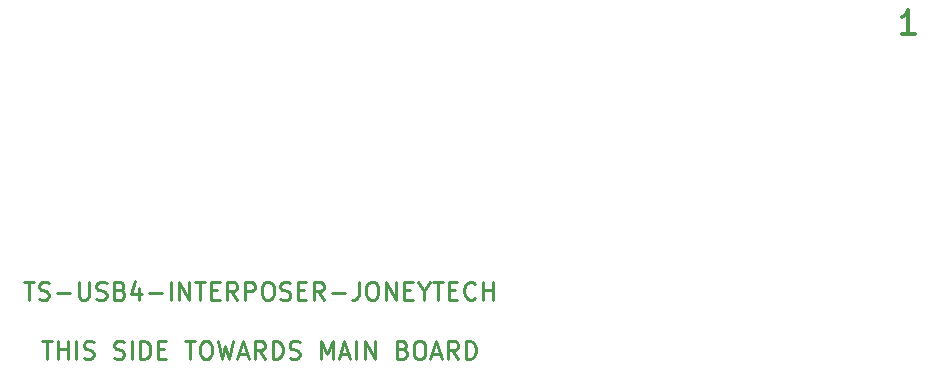
<source format=gbr>
%TF.GenerationSoftware,KiCad,Pcbnew,9.0.0*%
%TF.CreationDate,2025-04-28T14:35:38-04:00*%
%TF.ProjectId,Interposer_Board_JoneyTech,496e7465-7270-46f7-9365-725f426f6172,rev?*%
%TF.SameCoordinates,Original*%
%TF.FileFunction,Legend,Top*%
%TF.FilePolarity,Positive*%
%FSLAX46Y46*%
G04 Gerber Fmt 4.6, Leading zero omitted, Abs format (unit mm)*
G04 Created by KiCad (PCBNEW 9.0.0) date 2025-04-28 14:35:38*
%MOMM*%
%LPD*%
G01*
G04 APERTURE LIST*
%ADD10C,0.250000*%
%ADD11C,0.300000*%
G04 APERTURE END LIST*
D10*
X111061814Y-107432028D02*
X111918957Y-107432028D01*
X111490385Y-108932028D02*
X111490385Y-107432028D01*
X112347528Y-108860600D02*
X112561814Y-108932028D01*
X112561814Y-108932028D02*
X112918956Y-108932028D01*
X112918956Y-108932028D02*
X113061814Y-108860600D01*
X113061814Y-108860600D02*
X113133242Y-108789171D01*
X113133242Y-108789171D02*
X113204671Y-108646314D01*
X113204671Y-108646314D02*
X113204671Y-108503457D01*
X113204671Y-108503457D02*
X113133242Y-108360600D01*
X113133242Y-108360600D02*
X113061814Y-108289171D01*
X113061814Y-108289171D02*
X112918956Y-108217742D01*
X112918956Y-108217742D02*
X112633242Y-108146314D01*
X112633242Y-108146314D02*
X112490385Y-108074885D01*
X112490385Y-108074885D02*
X112418956Y-108003457D01*
X112418956Y-108003457D02*
X112347528Y-107860600D01*
X112347528Y-107860600D02*
X112347528Y-107717742D01*
X112347528Y-107717742D02*
X112418956Y-107574885D01*
X112418956Y-107574885D02*
X112490385Y-107503457D01*
X112490385Y-107503457D02*
X112633242Y-107432028D01*
X112633242Y-107432028D02*
X112990385Y-107432028D01*
X112990385Y-107432028D02*
X113204671Y-107503457D01*
X113847527Y-108360600D02*
X114990385Y-108360600D01*
X115704670Y-107432028D02*
X115704670Y-108646314D01*
X115704670Y-108646314D02*
X115776099Y-108789171D01*
X115776099Y-108789171D02*
X115847528Y-108860600D01*
X115847528Y-108860600D02*
X115990385Y-108932028D01*
X115990385Y-108932028D02*
X116276099Y-108932028D01*
X116276099Y-108932028D02*
X116418956Y-108860600D01*
X116418956Y-108860600D02*
X116490385Y-108789171D01*
X116490385Y-108789171D02*
X116561813Y-108646314D01*
X116561813Y-108646314D02*
X116561813Y-107432028D01*
X117204671Y-108860600D02*
X117418957Y-108932028D01*
X117418957Y-108932028D02*
X117776099Y-108932028D01*
X117776099Y-108932028D02*
X117918957Y-108860600D01*
X117918957Y-108860600D02*
X117990385Y-108789171D01*
X117990385Y-108789171D02*
X118061814Y-108646314D01*
X118061814Y-108646314D02*
X118061814Y-108503457D01*
X118061814Y-108503457D02*
X117990385Y-108360600D01*
X117990385Y-108360600D02*
X117918957Y-108289171D01*
X117918957Y-108289171D02*
X117776099Y-108217742D01*
X117776099Y-108217742D02*
X117490385Y-108146314D01*
X117490385Y-108146314D02*
X117347528Y-108074885D01*
X117347528Y-108074885D02*
X117276099Y-108003457D01*
X117276099Y-108003457D02*
X117204671Y-107860600D01*
X117204671Y-107860600D02*
X117204671Y-107717742D01*
X117204671Y-107717742D02*
X117276099Y-107574885D01*
X117276099Y-107574885D02*
X117347528Y-107503457D01*
X117347528Y-107503457D02*
X117490385Y-107432028D01*
X117490385Y-107432028D02*
X117847528Y-107432028D01*
X117847528Y-107432028D02*
X118061814Y-107503457D01*
X119204670Y-108146314D02*
X119418956Y-108217742D01*
X119418956Y-108217742D02*
X119490385Y-108289171D01*
X119490385Y-108289171D02*
X119561813Y-108432028D01*
X119561813Y-108432028D02*
X119561813Y-108646314D01*
X119561813Y-108646314D02*
X119490385Y-108789171D01*
X119490385Y-108789171D02*
X119418956Y-108860600D01*
X119418956Y-108860600D02*
X119276099Y-108932028D01*
X119276099Y-108932028D02*
X118704670Y-108932028D01*
X118704670Y-108932028D02*
X118704670Y-107432028D01*
X118704670Y-107432028D02*
X119204670Y-107432028D01*
X119204670Y-107432028D02*
X119347528Y-107503457D01*
X119347528Y-107503457D02*
X119418956Y-107574885D01*
X119418956Y-107574885D02*
X119490385Y-107717742D01*
X119490385Y-107717742D02*
X119490385Y-107860600D01*
X119490385Y-107860600D02*
X119418956Y-108003457D01*
X119418956Y-108003457D02*
X119347528Y-108074885D01*
X119347528Y-108074885D02*
X119204670Y-108146314D01*
X119204670Y-108146314D02*
X118704670Y-108146314D01*
X120847528Y-107932028D02*
X120847528Y-108932028D01*
X120490385Y-107360600D02*
X120133242Y-108432028D01*
X120133242Y-108432028D02*
X121061813Y-108432028D01*
X121633241Y-108360600D02*
X122776099Y-108360600D01*
X123490384Y-108932028D02*
X123490384Y-107432028D01*
X124204670Y-108932028D02*
X124204670Y-107432028D01*
X124204670Y-107432028D02*
X125061813Y-108932028D01*
X125061813Y-108932028D02*
X125061813Y-107432028D01*
X125561814Y-107432028D02*
X126418957Y-107432028D01*
X125990385Y-108932028D02*
X125990385Y-107432028D01*
X126918956Y-108146314D02*
X127418956Y-108146314D01*
X127633242Y-108932028D02*
X126918956Y-108932028D01*
X126918956Y-108932028D02*
X126918956Y-107432028D01*
X126918956Y-107432028D02*
X127633242Y-107432028D01*
X129133242Y-108932028D02*
X128633242Y-108217742D01*
X128276099Y-108932028D02*
X128276099Y-107432028D01*
X128276099Y-107432028D02*
X128847528Y-107432028D01*
X128847528Y-107432028D02*
X128990385Y-107503457D01*
X128990385Y-107503457D02*
X129061814Y-107574885D01*
X129061814Y-107574885D02*
X129133242Y-107717742D01*
X129133242Y-107717742D02*
X129133242Y-107932028D01*
X129133242Y-107932028D02*
X129061814Y-108074885D01*
X129061814Y-108074885D02*
X128990385Y-108146314D01*
X128990385Y-108146314D02*
X128847528Y-108217742D01*
X128847528Y-108217742D02*
X128276099Y-108217742D01*
X129776099Y-108932028D02*
X129776099Y-107432028D01*
X129776099Y-107432028D02*
X130347528Y-107432028D01*
X130347528Y-107432028D02*
X130490385Y-107503457D01*
X130490385Y-107503457D02*
X130561814Y-107574885D01*
X130561814Y-107574885D02*
X130633242Y-107717742D01*
X130633242Y-107717742D02*
X130633242Y-107932028D01*
X130633242Y-107932028D02*
X130561814Y-108074885D01*
X130561814Y-108074885D02*
X130490385Y-108146314D01*
X130490385Y-108146314D02*
X130347528Y-108217742D01*
X130347528Y-108217742D02*
X129776099Y-108217742D01*
X131561814Y-107432028D02*
X131847528Y-107432028D01*
X131847528Y-107432028D02*
X131990385Y-107503457D01*
X131990385Y-107503457D02*
X132133242Y-107646314D01*
X132133242Y-107646314D02*
X132204671Y-107932028D01*
X132204671Y-107932028D02*
X132204671Y-108432028D01*
X132204671Y-108432028D02*
X132133242Y-108717742D01*
X132133242Y-108717742D02*
X131990385Y-108860600D01*
X131990385Y-108860600D02*
X131847528Y-108932028D01*
X131847528Y-108932028D02*
X131561814Y-108932028D01*
X131561814Y-108932028D02*
X131418957Y-108860600D01*
X131418957Y-108860600D02*
X131276099Y-108717742D01*
X131276099Y-108717742D02*
X131204671Y-108432028D01*
X131204671Y-108432028D02*
X131204671Y-107932028D01*
X131204671Y-107932028D02*
X131276099Y-107646314D01*
X131276099Y-107646314D02*
X131418957Y-107503457D01*
X131418957Y-107503457D02*
X131561814Y-107432028D01*
X132776100Y-108860600D02*
X132990386Y-108932028D01*
X132990386Y-108932028D02*
X133347528Y-108932028D01*
X133347528Y-108932028D02*
X133490386Y-108860600D01*
X133490386Y-108860600D02*
X133561814Y-108789171D01*
X133561814Y-108789171D02*
X133633243Y-108646314D01*
X133633243Y-108646314D02*
X133633243Y-108503457D01*
X133633243Y-108503457D02*
X133561814Y-108360600D01*
X133561814Y-108360600D02*
X133490386Y-108289171D01*
X133490386Y-108289171D02*
X133347528Y-108217742D01*
X133347528Y-108217742D02*
X133061814Y-108146314D01*
X133061814Y-108146314D02*
X132918957Y-108074885D01*
X132918957Y-108074885D02*
X132847528Y-108003457D01*
X132847528Y-108003457D02*
X132776100Y-107860600D01*
X132776100Y-107860600D02*
X132776100Y-107717742D01*
X132776100Y-107717742D02*
X132847528Y-107574885D01*
X132847528Y-107574885D02*
X132918957Y-107503457D01*
X132918957Y-107503457D02*
X133061814Y-107432028D01*
X133061814Y-107432028D02*
X133418957Y-107432028D01*
X133418957Y-107432028D02*
X133633243Y-107503457D01*
X134276099Y-108146314D02*
X134776099Y-108146314D01*
X134990385Y-108932028D02*
X134276099Y-108932028D01*
X134276099Y-108932028D02*
X134276099Y-107432028D01*
X134276099Y-107432028D02*
X134990385Y-107432028D01*
X136490385Y-108932028D02*
X135990385Y-108217742D01*
X135633242Y-108932028D02*
X135633242Y-107432028D01*
X135633242Y-107432028D02*
X136204671Y-107432028D01*
X136204671Y-107432028D02*
X136347528Y-107503457D01*
X136347528Y-107503457D02*
X136418957Y-107574885D01*
X136418957Y-107574885D02*
X136490385Y-107717742D01*
X136490385Y-107717742D02*
X136490385Y-107932028D01*
X136490385Y-107932028D02*
X136418957Y-108074885D01*
X136418957Y-108074885D02*
X136347528Y-108146314D01*
X136347528Y-108146314D02*
X136204671Y-108217742D01*
X136204671Y-108217742D02*
X135633242Y-108217742D01*
X137133242Y-108360600D02*
X138276100Y-108360600D01*
X139418957Y-107432028D02*
X139418957Y-108503457D01*
X139418957Y-108503457D02*
X139347528Y-108717742D01*
X139347528Y-108717742D02*
X139204671Y-108860600D01*
X139204671Y-108860600D02*
X138990385Y-108932028D01*
X138990385Y-108932028D02*
X138847528Y-108932028D01*
X140418957Y-107432028D02*
X140704671Y-107432028D01*
X140704671Y-107432028D02*
X140847528Y-107503457D01*
X140847528Y-107503457D02*
X140990385Y-107646314D01*
X140990385Y-107646314D02*
X141061814Y-107932028D01*
X141061814Y-107932028D02*
X141061814Y-108432028D01*
X141061814Y-108432028D02*
X140990385Y-108717742D01*
X140990385Y-108717742D02*
X140847528Y-108860600D01*
X140847528Y-108860600D02*
X140704671Y-108932028D01*
X140704671Y-108932028D02*
X140418957Y-108932028D01*
X140418957Y-108932028D02*
X140276100Y-108860600D01*
X140276100Y-108860600D02*
X140133242Y-108717742D01*
X140133242Y-108717742D02*
X140061814Y-108432028D01*
X140061814Y-108432028D02*
X140061814Y-107932028D01*
X140061814Y-107932028D02*
X140133242Y-107646314D01*
X140133242Y-107646314D02*
X140276100Y-107503457D01*
X140276100Y-107503457D02*
X140418957Y-107432028D01*
X141704671Y-108932028D02*
X141704671Y-107432028D01*
X141704671Y-107432028D02*
X142561814Y-108932028D01*
X142561814Y-108932028D02*
X142561814Y-107432028D01*
X143276100Y-108146314D02*
X143776100Y-108146314D01*
X143990386Y-108932028D02*
X143276100Y-108932028D01*
X143276100Y-108932028D02*
X143276100Y-107432028D01*
X143276100Y-107432028D02*
X143990386Y-107432028D01*
X144918958Y-108217742D02*
X144918958Y-108932028D01*
X144418958Y-107432028D02*
X144918958Y-108217742D01*
X144918958Y-108217742D02*
X145418958Y-107432028D01*
X145704672Y-107432028D02*
X146561815Y-107432028D01*
X146133243Y-108932028D02*
X146133243Y-107432028D01*
X147061814Y-108146314D02*
X147561814Y-108146314D01*
X147776100Y-108932028D02*
X147061814Y-108932028D01*
X147061814Y-108932028D02*
X147061814Y-107432028D01*
X147061814Y-107432028D02*
X147776100Y-107432028D01*
X149276100Y-108789171D02*
X149204672Y-108860600D01*
X149204672Y-108860600D02*
X148990386Y-108932028D01*
X148990386Y-108932028D02*
X148847529Y-108932028D01*
X148847529Y-108932028D02*
X148633243Y-108860600D01*
X148633243Y-108860600D02*
X148490386Y-108717742D01*
X148490386Y-108717742D02*
X148418957Y-108574885D01*
X148418957Y-108574885D02*
X148347529Y-108289171D01*
X148347529Y-108289171D02*
X148347529Y-108074885D01*
X148347529Y-108074885D02*
X148418957Y-107789171D01*
X148418957Y-107789171D02*
X148490386Y-107646314D01*
X148490386Y-107646314D02*
X148633243Y-107503457D01*
X148633243Y-107503457D02*
X148847529Y-107432028D01*
X148847529Y-107432028D02*
X148990386Y-107432028D01*
X148990386Y-107432028D02*
X149204672Y-107503457D01*
X149204672Y-107503457D02*
X149276100Y-107574885D01*
X149918957Y-108932028D02*
X149918957Y-107432028D01*
X149918957Y-108146314D02*
X150776100Y-108146314D01*
X150776100Y-108932028D02*
X150776100Y-107432028D01*
X112561814Y-112432028D02*
X113418957Y-112432028D01*
X112990385Y-113932028D02*
X112990385Y-112432028D01*
X113918956Y-113932028D02*
X113918956Y-112432028D01*
X113918956Y-113146314D02*
X114776099Y-113146314D01*
X114776099Y-113932028D02*
X114776099Y-112432028D01*
X115490385Y-113932028D02*
X115490385Y-112432028D01*
X116133243Y-113860600D02*
X116347529Y-113932028D01*
X116347529Y-113932028D02*
X116704671Y-113932028D01*
X116704671Y-113932028D02*
X116847529Y-113860600D01*
X116847529Y-113860600D02*
X116918957Y-113789171D01*
X116918957Y-113789171D02*
X116990386Y-113646314D01*
X116990386Y-113646314D02*
X116990386Y-113503457D01*
X116990386Y-113503457D02*
X116918957Y-113360600D01*
X116918957Y-113360600D02*
X116847529Y-113289171D01*
X116847529Y-113289171D02*
X116704671Y-113217742D01*
X116704671Y-113217742D02*
X116418957Y-113146314D01*
X116418957Y-113146314D02*
X116276100Y-113074885D01*
X116276100Y-113074885D02*
X116204671Y-113003457D01*
X116204671Y-113003457D02*
X116133243Y-112860600D01*
X116133243Y-112860600D02*
X116133243Y-112717742D01*
X116133243Y-112717742D02*
X116204671Y-112574885D01*
X116204671Y-112574885D02*
X116276100Y-112503457D01*
X116276100Y-112503457D02*
X116418957Y-112432028D01*
X116418957Y-112432028D02*
X116776100Y-112432028D01*
X116776100Y-112432028D02*
X116990386Y-112503457D01*
X118704671Y-113860600D02*
X118918957Y-113932028D01*
X118918957Y-113932028D02*
X119276099Y-113932028D01*
X119276099Y-113932028D02*
X119418957Y-113860600D01*
X119418957Y-113860600D02*
X119490385Y-113789171D01*
X119490385Y-113789171D02*
X119561814Y-113646314D01*
X119561814Y-113646314D02*
X119561814Y-113503457D01*
X119561814Y-113503457D02*
X119490385Y-113360600D01*
X119490385Y-113360600D02*
X119418957Y-113289171D01*
X119418957Y-113289171D02*
X119276099Y-113217742D01*
X119276099Y-113217742D02*
X118990385Y-113146314D01*
X118990385Y-113146314D02*
X118847528Y-113074885D01*
X118847528Y-113074885D02*
X118776099Y-113003457D01*
X118776099Y-113003457D02*
X118704671Y-112860600D01*
X118704671Y-112860600D02*
X118704671Y-112717742D01*
X118704671Y-112717742D02*
X118776099Y-112574885D01*
X118776099Y-112574885D02*
X118847528Y-112503457D01*
X118847528Y-112503457D02*
X118990385Y-112432028D01*
X118990385Y-112432028D02*
X119347528Y-112432028D01*
X119347528Y-112432028D02*
X119561814Y-112503457D01*
X120204670Y-113932028D02*
X120204670Y-112432028D01*
X120918956Y-113932028D02*
X120918956Y-112432028D01*
X120918956Y-112432028D02*
X121276099Y-112432028D01*
X121276099Y-112432028D02*
X121490385Y-112503457D01*
X121490385Y-112503457D02*
X121633242Y-112646314D01*
X121633242Y-112646314D02*
X121704671Y-112789171D01*
X121704671Y-112789171D02*
X121776099Y-113074885D01*
X121776099Y-113074885D02*
X121776099Y-113289171D01*
X121776099Y-113289171D02*
X121704671Y-113574885D01*
X121704671Y-113574885D02*
X121633242Y-113717742D01*
X121633242Y-113717742D02*
X121490385Y-113860600D01*
X121490385Y-113860600D02*
X121276099Y-113932028D01*
X121276099Y-113932028D02*
X120918956Y-113932028D01*
X122418956Y-113146314D02*
X122918956Y-113146314D01*
X123133242Y-113932028D02*
X122418956Y-113932028D01*
X122418956Y-113932028D02*
X122418956Y-112432028D01*
X122418956Y-112432028D02*
X123133242Y-112432028D01*
X124704671Y-112432028D02*
X125561814Y-112432028D01*
X125133242Y-113932028D02*
X125133242Y-112432028D01*
X126347528Y-112432028D02*
X126633242Y-112432028D01*
X126633242Y-112432028D02*
X126776099Y-112503457D01*
X126776099Y-112503457D02*
X126918956Y-112646314D01*
X126918956Y-112646314D02*
X126990385Y-112932028D01*
X126990385Y-112932028D02*
X126990385Y-113432028D01*
X126990385Y-113432028D02*
X126918956Y-113717742D01*
X126918956Y-113717742D02*
X126776099Y-113860600D01*
X126776099Y-113860600D02*
X126633242Y-113932028D01*
X126633242Y-113932028D02*
X126347528Y-113932028D01*
X126347528Y-113932028D02*
X126204671Y-113860600D01*
X126204671Y-113860600D02*
X126061813Y-113717742D01*
X126061813Y-113717742D02*
X125990385Y-113432028D01*
X125990385Y-113432028D02*
X125990385Y-112932028D01*
X125990385Y-112932028D02*
X126061813Y-112646314D01*
X126061813Y-112646314D02*
X126204671Y-112503457D01*
X126204671Y-112503457D02*
X126347528Y-112432028D01*
X127490385Y-112432028D02*
X127847528Y-113932028D01*
X127847528Y-113932028D02*
X128133242Y-112860600D01*
X128133242Y-112860600D02*
X128418957Y-113932028D01*
X128418957Y-113932028D02*
X128776100Y-112432028D01*
X129276100Y-113503457D02*
X129990386Y-113503457D01*
X129133243Y-113932028D02*
X129633243Y-112432028D01*
X129633243Y-112432028D02*
X130133243Y-113932028D01*
X131490385Y-113932028D02*
X130990385Y-113217742D01*
X130633242Y-113932028D02*
X130633242Y-112432028D01*
X130633242Y-112432028D02*
X131204671Y-112432028D01*
X131204671Y-112432028D02*
X131347528Y-112503457D01*
X131347528Y-112503457D02*
X131418957Y-112574885D01*
X131418957Y-112574885D02*
X131490385Y-112717742D01*
X131490385Y-112717742D02*
X131490385Y-112932028D01*
X131490385Y-112932028D02*
X131418957Y-113074885D01*
X131418957Y-113074885D02*
X131347528Y-113146314D01*
X131347528Y-113146314D02*
X131204671Y-113217742D01*
X131204671Y-113217742D02*
X130633242Y-113217742D01*
X132133242Y-113932028D02*
X132133242Y-112432028D01*
X132133242Y-112432028D02*
X132490385Y-112432028D01*
X132490385Y-112432028D02*
X132704671Y-112503457D01*
X132704671Y-112503457D02*
X132847528Y-112646314D01*
X132847528Y-112646314D02*
X132918957Y-112789171D01*
X132918957Y-112789171D02*
X132990385Y-113074885D01*
X132990385Y-113074885D02*
X132990385Y-113289171D01*
X132990385Y-113289171D02*
X132918957Y-113574885D01*
X132918957Y-113574885D02*
X132847528Y-113717742D01*
X132847528Y-113717742D02*
X132704671Y-113860600D01*
X132704671Y-113860600D02*
X132490385Y-113932028D01*
X132490385Y-113932028D02*
X132133242Y-113932028D01*
X133561814Y-113860600D02*
X133776100Y-113932028D01*
X133776100Y-113932028D02*
X134133242Y-113932028D01*
X134133242Y-113932028D02*
X134276100Y-113860600D01*
X134276100Y-113860600D02*
X134347528Y-113789171D01*
X134347528Y-113789171D02*
X134418957Y-113646314D01*
X134418957Y-113646314D02*
X134418957Y-113503457D01*
X134418957Y-113503457D02*
X134347528Y-113360600D01*
X134347528Y-113360600D02*
X134276100Y-113289171D01*
X134276100Y-113289171D02*
X134133242Y-113217742D01*
X134133242Y-113217742D02*
X133847528Y-113146314D01*
X133847528Y-113146314D02*
X133704671Y-113074885D01*
X133704671Y-113074885D02*
X133633242Y-113003457D01*
X133633242Y-113003457D02*
X133561814Y-112860600D01*
X133561814Y-112860600D02*
X133561814Y-112717742D01*
X133561814Y-112717742D02*
X133633242Y-112574885D01*
X133633242Y-112574885D02*
X133704671Y-112503457D01*
X133704671Y-112503457D02*
X133847528Y-112432028D01*
X133847528Y-112432028D02*
X134204671Y-112432028D01*
X134204671Y-112432028D02*
X134418957Y-112503457D01*
X136204670Y-113932028D02*
X136204670Y-112432028D01*
X136204670Y-112432028D02*
X136704670Y-113503457D01*
X136704670Y-113503457D02*
X137204670Y-112432028D01*
X137204670Y-112432028D02*
X137204670Y-113932028D01*
X137847528Y-113503457D02*
X138561814Y-113503457D01*
X137704671Y-113932028D02*
X138204671Y-112432028D01*
X138204671Y-112432028D02*
X138704671Y-113932028D01*
X139204670Y-113932028D02*
X139204670Y-112432028D01*
X139918956Y-113932028D02*
X139918956Y-112432028D01*
X139918956Y-112432028D02*
X140776099Y-113932028D01*
X140776099Y-113932028D02*
X140776099Y-112432028D01*
X143133242Y-113146314D02*
X143347528Y-113217742D01*
X143347528Y-113217742D02*
X143418957Y-113289171D01*
X143418957Y-113289171D02*
X143490385Y-113432028D01*
X143490385Y-113432028D02*
X143490385Y-113646314D01*
X143490385Y-113646314D02*
X143418957Y-113789171D01*
X143418957Y-113789171D02*
X143347528Y-113860600D01*
X143347528Y-113860600D02*
X143204671Y-113932028D01*
X143204671Y-113932028D02*
X142633242Y-113932028D01*
X142633242Y-113932028D02*
X142633242Y-112432028D01*
X142633242Y-112432028D02*
X143133242Y-112432028D01*
X143133242Y-112432028D02*
X143276100Y-112503457D01*
X143276100Y-112503457D02*
X143347528Y-112574885D01*
X143347528Y-112574885D02*
X143418957Y-112717742D01*
X143418957Y-112717742D02*
X143418957Y-112860600D01*
X143418957Y-112860600D02*
X143347528Y-113003457D01*
X143347528Y-113003457D02*
X143276100Y-113074885D01*
X143276100Y-113074885D02*
X143133242Y-113146314D01*
X143133242Y-113146314D02*
X142633242Y-113146314D01*
X144418957Y-112432028D02*
X144704671Y-112432028D01*
X144704671Y-112432028D02*
X144847528Y-112503457D01*
X144847528Y-112503457D02*
X144990385Y-112646314D01*
X144990385Y-112646314D02*
X145061814Y-112932028D01*
X145061814Y-112932028D02*
X145061814Y-113432028D01*
X145061814Y-113432028D02*
X144990385Y-113717742D01*
X144990385Y-113717742D02*
X144847528Y-113860600D01*
X144847528Y-113860600D02*
X144704671Y-113932028D01*
X144704671Y-113932028D02*
X144418957Y-113932028D01*
X144418957Y-113932028D02*
X144276100Y-113860600D01*
X144276100Y-113860600D02*
X144133242Y-113717742D01*
X144133242Y-113717742D02*
X144061814Y-113432028D01*
X144061814Y-113432028D02*
X144061814Y-112932028D01*
X144061814Y-112932028D02*
X144133242Y-112646314D01*
X144133242Y-112646314D02*
X144276100Y-112503457D01*
X144276100Y-112503457D02*
X144418957Y-112432028D01*
X145633243Y-113503457D02*
X146347529Y-113503457D01*
X145490386Y-113932028D02*
X145990386Y-112432028D01*
X145990386Y-112432028D02*
X146490386Y-113932028D01*
X147847528Y-113932028D02*
X147347528Y-113217742D01*
X146990385Y-113932028D02*
X146990385Y-112432028D01*
X146990385Y-112432028D02*
X147561814Y-112432028D01*
X147561814Y-112432028D02*
X147704671Y-112503457D01*
X147704671Y-112503457D02*
X147776100Y-112574885D01*
X147776100Y-112574885D02*
X147847528Y-112717742D01*
X147847528Y-112717742D02*
X147847528Y-112932028D01*
X147847528Y-112932028D02*
X147776100Y-113074885D01*
X147776100Y-113074885D02*
X147704671Y-113146314D01*
X147704671Y-113146314D02*
X147561814Y-113217742D01*
X147561814Y-113217742D02*
X146990385Y-113217742D01*
X148490385Y-113932028D02*
X148490385Y-112432028D01*
X148490385Y-112432028D02*
X148847528Y-112432028D01*
X148847528Y-112432028D02*
X149061814Y-112503457D01*
X149061814Y-112503457D02*
X149204671Y-112646314D01*
X149204671Y-112646314D02*
X149276100Y-112789171D01*
X149276100Y-112789171D02*
X149347528Y-113074885D01*
X149347528Y-113074885D02*
X149347528Y-113289171D01*
X149347528Y-113289171D02*
X149276100Y-113574885D01*
X149276100Y-113574885D02*
X149204671Y-113717742D01*
X149204671Y-113717742D02*
X149061814Y-113860600D01*
X149061814Y-113860600D02*
X148847528Y-113932028D01*
X148847528Y-113932028D02*
X148490385Y-113932028D01*
D11*
X186522528Y-86433238D02*
X185379671Y-86433238D01*
X185951099Y-86433238D02*
X185951099Y-84433238D01*
X185951099Y-84433238D02*
X185760623Y-84718952D01*
X185760623Y-84718952D02*
X185570147Y-84909428D01*
X185570147Y-84909428D02*
X185379671Y-85004666D01*
M02*

</source>
